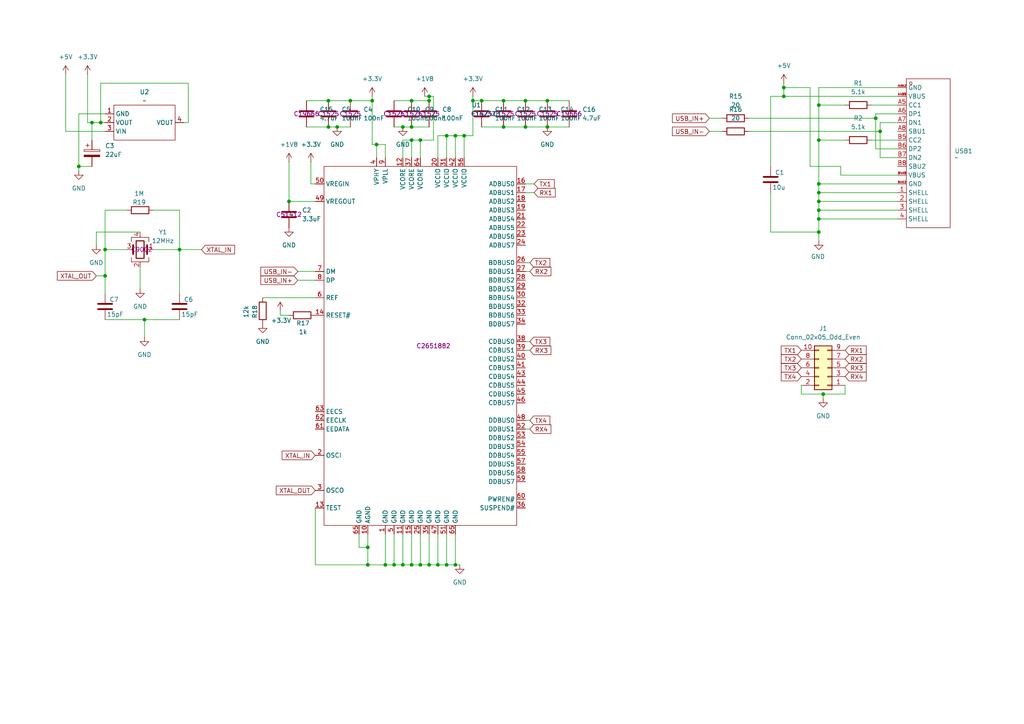
<source format=kicad_sch>
(kicad_sch (version 20250114) (generator "eeschema") (generator_version "9.0")
  (paper "A4")
  (lib_symbols
    (symbol "Connector_Generic:Conn_02x05_Odd_Even" (pin_names (offset 1.016) (hide yes))
      (property "Reference" "J" (at 1.27 7.62 0))
      (property "Value" "Conn_02x05_Odd_Even" (at 1.27 -7.62 0))
      (symbol "Conn_02x05_Odd_Even_1_1"
        (rectangle (start -1.27 6.35) (end 3.81 -6.35) (stroke (width 0.254)) (fill (type background)))
        (rectangle (start -1.27 5.207) (end 0 4.953) (stroke (width 0.1524)))
        (rectangle (start -1.27 2.667) (end 0 2.413) (stroke (width 0.1524)))
        (rectangle (start -1.27 0.127) (end 0 -0.127) (stroke (width 0.1524)))
        (rectangle (start -1.27 -2.413) (end 0 -2.667) (stroke (width 0.1524)))
        (rectangle (start -1.27 -4.953) (end 0 -5.207) (stroke (width 0.1524)))
        (rectangle (start 3.81 5.207) (end 2.54 4.953) (stroke (width 0.1524)))
        (rectangle (start 3.81 2.667) (end 2.54 2.413) (stroke (width 0.1524)))
        (rectangle (start 3.81 0.127) (end 2.54 -0.127) (stroke (width 0.1524)))
        (rectangle (start 3.81 -2.413) (end 2.54 -2.667) (stroke (width 0.1524)))
        (rectangle (start 3.81 -4.953) (end 2.54 -5.207) (stroke (width 0.1524)))
        (pin passive line (at -5.08 5.08 0) (length 3.81) (name "Pin_1") (number "1"))
        (pin passive line (at -5.08 2.54 0) (length 3.81) (name "Pin_3") (number "3"))
        (pin passive line (at -5.08 0 0) (length 3.81) (name "Pin_5") (number "5"))
        (pin passive line (at -5.08 -2.54 0) (length 3.81) (name "Pin_7") (number "7"))
        (pin passive line (at -5.08 -5.08 0) (length 3.81) (name "Pin_9") (number "9"))
        (pin passive line (at 7.62 5.08 180) (length 3.81) (name "Pin_2") (number "2"))
        (pin passive line (at 7.62 2.54 180) (length 3.81) (name "Pin_4") (number "4"))
        (pin passive line (at 7.62 0 180) (length 3.81) (name "Pin_6") (number "6"))
        (pin passive line (at 7.62 -2.54 180) (length 3.81) (name "Pin_8") (number "8"))
        (pin passive line (at 7.62 -5.08 180) (length 3.81) (name "Pin_10") (number "10"))
      )
    )
    (symbol "Device:C" (pin_numbers (hide yes)) (pin_names (offset 0.254))
      (property "Reference" "C" (at 0.635 2.54 0))
      (property "Value" "C" (at 0.635 -2.54 0))
      (symbol "C_0_1"
        (polyline (pts (xy -2.032 0.762) (xy 2.032 0.762)) (stroke (width 0.508)))
        (polyline (pts (xy -2.032 -0.762) (xy 2.032 -0.762)) (stroke (width 0.508)))
      )
      (symbol "C_1_1"
        (pin passive line (at 0 3.81 270) (length 2.794) (name "~") (number "1"))
        (pin passive line (at 0 -3.81 90) (length 2.794) (name "~") (number "2"))
      )
    )
    (symbol "Device:C_Polarized" (pin_numbers (hide yes)) (pin_names (offset 0.254))
      (property "Reference" "C" (at 0.635 2.54 0))
      (property "Value" "C_Polarized" (at 0.635 -2.54 0))
      (symbol "C_Polarized_0_1"
        (rectangle (start -2.286 0.508) (end 2.286 1.016))
        (polyline (pts (xy -1.778 2.286) (xy -0.762 2.286)))
        (polyline (pts (xy -1.27 2.794) (xy -1.27 1.778)))
        (rectangle (start 2.286 -0.508) (end -2.286 -1.016) (fill (type outline)))
      )
      (symbol "C_Polarized_1_1"
        (pin passive line (at 0 3.81 270) (length 2.794) (name "~") (number "1"))
        (pin passive line (at 0 -3.81 90) (length 2.794) (name "~") (number "2"))
      )
    )
    (symbol "Device:Crystal_GND24" (pin_names (offset 1.016) (hide yes))
      (property "Reference" "Y" (at 3.175 5.08 0))
      (property "Value" "Crystal_GND24" (at 3.175 3.175 0))
      (symbol "Crystal_GND24_0_1"
        (polyline (pts (xy -2.54 2.286) (xy -2.54 3.556) (xy 2.54 3.556) (xy 2.54 2.286)))
        (polyline (pts (xy -2.54 0) (xy -2.032 0)))
        (polyline (pts (xy -2.54 -2.286) (xy -2.54 -3.556) (xy 2.54 -3.556) (xy 2.54 -2.286)))
        (polyline (pts (xy -2.032 -1.27) (xy -2.032 1.27)) (stroke (width 0.508)))
        (rectangle (start -1.143 2.54) (end 1.143 -2.54) (stroke (width 0.3048)))
        (polyline (pts (xy 0 3.556) (xy 0 3.81)))
        (polyline (pts (xy 0 -3.81) (xy 0 -3.556)))
        (polyline (pts (xy 2.032 0) (xy 2.54 0)))
        (polyline (pts (xy 2.032 -1.27) (xy 2.032 1.27)) (stroke (width 0.508)))
      )
      (symbol "Crystal_GND24_1_1"
        (pin passive line (at -3.81 0 0) (length 1.27) (name "1") (number "1"))
        (pin passive line (at 0 5.08 270) (length 1.27) (name "2") (number "2"))
        (pin passive line (at 0 -5.08 90) (length 1.27) (name "4") (number "4"))
        (pin passive line (at 3.81 0 180) (length 1.27) (name "3") (number "3"))
      )
    )
    (symbol "Device:R" (pin_numbers (hide yes)) (pin_names (offset 0))
      (property "Reference" "R" (at 2.032 0 90))
      (property "Value" "R" (at 0 0 90))
      (symbol "R_0_1"
        (rectangle (start -1.016 -2.54) (end 1.016 2.54) (stroke (width 0.254)))
      )
      (symbol "R_1_1"
        (pin passive line (at 0 3.81 270) (length 1.27) (name "~") (number "1"))
        (pin passive line (at 0 -3.81 90) (length 1.27) (name "~") (number "2"))
      )
    )
    (symbol "JLCLibrary:AMS1117-3.3"
      (property "Reference" "U" (at 0 0 0))
      (symbol "AMS1117-3.3_1_0"
        (rectangle (start -8.89 5.08) (end 8.89 -5.08))
        (pin unspecified line (at -11.43 2.54 0) (length 2.54) (name "GND") (number "1"))
        (pin unspecified line (at -11.43 0 0) (length 2.54) (name "VOUT") (number "2"))
        (pin unspecified line (at -11.43 -2.54 0) (length 2.54) (name "VIN") (number "3"))
        (pin unspecified line (at 11.43 0 180) (length 2.54) (name "VOUT") (number "4"))
      )
    )
    (symbol "JLCLibrary:FT4232HQ-REEL"
      (property "Reference" "U" (at 0 0 0))
      (symbol "FT4232HQ-REEL_1_0"
        (rectangle (start -31.75 -52.07) (end 24.13 52.07))
        (pin unspecified line (at -34.29 46.99 0) (length 2.54) (name "VREGIN") (number "50"))
        (pin unspecified line (at -34.29 41.91 0) (length 2.54) (name "VREGOUT") (number "49"))
        (pin input line (at -34.29 21.59 0) (length 2.54) (name "DM") (number "7"))
        (pin input line (at -34.29 19.05 0) (length 2.54) (name "DP") (number "8"))
        (pin input line (at -34.29 13.97 0) (length 2.54) (name "REF") (number "6"))
        (pin input line (at -34.29 8.89 0) (length 2.54) (name "RESET#") (number "14"))
        (pin bidirectional line (at -34.29 -19.05 0) (length 2.54) (name "EECS") (number "63"))
        (pin output line (at -34.29 -21.59 0) (length 2.54) (name "EECLK") (number "62"))
        (pin bidirectional line (at -34.29 -24.13 0) (length 2.54) (name "EEDATA") (number "61"))
        (pin input line (at -34.29 -31.75 0) (length 2.54) (name "OSCI") (number "2"))
        (pin output line (at -34.29 -41.91 0) (length 2.54) (name "OSCO") (number "3"))
        (pin input line (at -34.29 -46.99 0) (length 2.54) (name "TEST") (number "13"))
        (pin unspecified line (at -21.59 -54.61 90) (length 2.54) (name "GND") (number "65"))
        (pin unspecified line (at -19.05 -54.61 90) (length 2.54) (name "AGND") (number "10"))
        (pin unspecified line (at -16.51 54.61 270) (length 2.54) (name "VPHY") (number "4"))
        (pin unspecified line (at -13.97 54.61 270) (length 2.54) (name "VPLL") (number "9"))
        (pin unspecified line (at -13.97 -54.61 90) (length 2.54) (name "GND") (number "1"))
        (pin unspecified line (at -11.43 -54.61 90) (length 2.54) (name "GND") (number "5"))
        (pin unspecified line (at -8.89 54.61 270) (length 2.54) (name "VCORE") (number "12"))
        (pin unspecified line (at -8.89 -54.61 90) (length 2.54) (name "GND") (number "11"))
        (pin unspecified line (at -6.35 54.61 270) (length 2.54) (name "VCORE") (number "37"))
        (pin unspecified line (at -6.35 -54.61 90) (length 2.54) (name "GND") (number "15"))
        (pin unspecified line (at -3.81 54.61 270) (length 2.54) (name "VCORE") (number "64"))
        (pin unspecified line (at -3.81 -54.61 90) (length 2.54) (name "GND") (number "25"))
        (pin unspecified line (at -1.27 -54.61 90) (length 2.54) (name "GND") (number "35"))
        (pin unspecified line (at 1.27 54.61 270) (length 2.54) (name "VCCIO") (number "20"))
        (pin unspecified line (at 1.27 -54.61 90) (length 2.54) (name "GND") (number "47"))
        (pin unspecified line (at 3.81 54.61 270) (length 2.54) (name "VCCIO") (number "31"))
        (pin unspecified line (at 3.81 -54.61 90) (length 2.54) (name "GND") (number "51"))
        (pin unspecified line (at 6.35 54.61 270) (length 2.54) (name "VCCIO") (number "42"))
        (pin unspecified line (at 6.35 -54.61 90) (length 2.54) (name "GND") (number "65"))
        (pin unspecified line (at 8.89 54.61 270) (length 2.54) (name "VCCIO") (number "56"))
        (pin bidirectional line (at 26.67 46.99 180) (length 2.54) (name "ADBUS0") (number "16"))
        (pin bidirectional line (at 26.67 44.45 180) (length 2.54) (name "ADBUS1") (number "17"))
        (pin bidirectional line (at 26.67 41.91 180) (length 2.54) (name "ADBUS2") (number "18"))
        (pin bidirectional line (at 26.67 39.37 180) (length 2.54) (name "ADBUS3") (number "19"))
        (pin bidirectional line (at 26.67 36.83 180) (length 2.54) (name "ADBUS4") (number "21"))
        (pin bidirectional line (at 26.67 34.29 180) (length 2.54) (name "ADBUS5") (number "22"))
        (pin bidirectional line (at 26.67 31.75 180) (length 2.54) (name "ADBUS6") (number "23"))
        (pin bidirectional line (at 26.67 29.21 180) (length 2.54) (name "ADBUS7") (number "24"))
        (pin bidirectional line (at 26.67 24.13 180) (length 2.54) (name "BDBUS0") (number "26"))
        (pin bidirectional line (at 26.67 21.59 180) (length 2.54) (name "BDBUS1") (number "27"))
        (pin bidirectional line (at 26.67 19.05 180) (length 2.54) (name "BDBUS2") (number "28"))
        (pin bidirectional line (at 26.67 16.51 180) (length 2.54) (name "BDBUS3") (number "29"))
        (pin bidirectional line (at 26.67 13.97 180) (length 2.54) (name "BDBUS4") (number "30"))
        (pin bidirectional line (at 26.67 11.43 180) (length 2.54) (name "BDBUS5") (number "32"))
        (pin bidirectional line (at 26.67 8.89 180) (length 2.54) (name "BDBUS6") (number "33"))
        (pin bidirectional line (at 26.67 6.35 180) (length 2.54) (name "BDBUS7") (number "34"))
        (pin bidirectional line (at 26.67 1.27 180) (length 2.54) (name "CDBUS0") (number "38"))
        (pin bidirectional line (at 26.67 -1.27 180) (length 2.54) (name "CDBUS1") (number "39"))
        (pin bidirectional line (at 26.67 -3.81 180) (length 2.54) (name "CDBUS2") (number "40"))
        (pin bidirectional line (at 26.67 -6.35 180) (length 2.54) (name "CDBUS3") (number "41"))
        (pin bidirectional line (at 26.67 -8.89 180) (length 2.54) (name "CDBUS4") (number "43"))
        (pin bidirectional line (at 26.67 -11.43 180) (length 2.54) (name "CDBUS5") (number "44"))
        (pin bidirectional line (at 26.67 -13.97 180) (length 2.54) (name "CDBUS6") (number "45"))
        (pin bidirectional line (at 26.67 -16.51 180) (length 2.54) (name "CDBUS7") (number "46"))
        (pin bidirectional line (at 26.67 -21.59 180) (length 2.54) (name "DDBUS0") (number "48"))
        (pin bidirectional line (at 26.67 -24.13 180) (length 2.54) (name "DDBUS1") (number "52"))
        (pin bidirectional line (at 26.67 -26.67 180) (length 2.54) (name "DDBUS2") (number "53"))
        (pin bidirectional line (at 26.67 -29.21 180) (length 2.54) (name "DDBUS3") (number "54"))
        (pin bidirectional line (at 26.67 -31.75 180) (length 2.54) (name "DDBUS4") (number "55"))
        (pin bidirectional line (at 26.67 -34.29 180) (length 2.54) (name "DDBUS5") (number "57"))
        (pin bidirectional line (at 26.67 -36.83 180) (length 2.54) (name "DDBUS6") (number "58"))
        (pin bidirectional line (at 26.67 -39.37 180) (length 2.54) (name "DDBUS7") (number "59"))
        (pin output line (at 26.67 -44.45 180) (length 2.54) (name "PWREN#") (number "60"))
        (pin output line (at 26.67 -46.99 180) (length 2.54) (name "SUSPEND#") (number "36"))
      )
    )
    (symbol "JLCLibrary:TYPE-C16PIN"
      (property "Reference" "USB" (at 0 0 0))
      (symbol "TYPE-C16PIN_1_0"
        (rectangle (start -6.35 -21.59) (end 6.35 21.59))
        (circle (center -5.08 20.32) (radius 0.381))
        (pin unspecified line (at -8.89 19.05 0) (length 2.54) (name "GND") (number "A1B12"))
        (pin unspecified line (at -8.89 16.51 0) (length 2.54) (name "VBUS") (number "A4B9"))
        (pin unspecified line (at -8.89 13.97 0) (length 2.54) (name "CC1") (number "A5"))
        (pin unspecified line (at -8.89 11.43 0) (length 2.54) (name "DP1") (number "A6"))
        (pin unspecified line (at -8.89 8.89 0) (length 2.54) (name "DN1") (number "A7"))
        (pin unspecified line (at -8.89 6.35 0) (length 2.54) (name "SBU1") (number "A8"))
        (pin unspecified line (at -8.89 3.81 0) (length 2.54) (name "CC2") (number "B5"))
        (pin unspecified line (at -8.89 1.27 0) (length 2.54) (name "DP2") (number "B6"))
        (pin unspecified line (at -8.89 -1.27 0) (length 2.54) (name "DN2") (number "B7"))
        (pin unspecified line (at -8.89 -3.81 0) (length 2.54) (name "SBU2") (number "B8"))
        (pin unspecified line (at -8.89 -6.35 0) (length 2.54) (name "VBUS") (number "B4A9"))
        (pin unspecified line (at -8.89 -8.89 0) (length 2.54) (name "GND") (number "B1A12"))
        (pin unspecified line (at -8.89 -11.43 0) (length 2.54) (name "SHELL") (number "1"))
        (pin unspecified line (at -8.89 -13.97 0) (length 2.54) (name "SHELL") (number "2"))
        (pin unspecified line (at -8.89 -16.51 0) (length 2.54) (name "SHELL") (number "3"))
        (pin unspecified line (at -8.89 -19.05 0) (length 2.54) (name "SHELL") (number "4"))
      )
    )
    (symbol "power:+1V8" (power) (pin_numbers (hide yes)) (pin_names (offset 0) (hide yes))
      (property "Value" "+1V8" (at 0 3.556 0))
      (symbol "+1V8_0_1"
        (polyline (pts (xy -0.762 1.27) (xy 0 2.54)))
        (polyline (pts (xy 0 2.54) (xy 0.762 1.27)))
        (polyline (pts (xy 0 0) (xy 0 2.54)))
      )
      (symbol "+1V8_1_1"
        (pin power_in line (at 0 0 90) (length 0) (name "~") (number "1"))
      )
    )
    (symbol "power:+3.3V" (power) (pin_numbers (hide yes)) (pin_names (offset 0) (hide yes))
      (property "Value" "+3.3V" (at 0 3.556 0))
      (symbol "+3.3V_0_1"
        (polyline (pts (xy -0.762 1.27) (xy 0 2.54)))
        (polyline (pts (xy 0 2.54) (xy 0.762 1.27)))
        (polyline (pts (xy 0 0) (xy 0 2.54)))
      )
      (symbol "+3.3V_1_1"
        (pin power_in line (at 0 0 90) (length 0) (name "~") (number "1"))
      )
    )
    (symbol "power:+5V" (power) (pin_numbers (hide yes)) (pin_names (offset 0) (hide yes))
      (property "Value" "+5V" (at 0 3.556 0))
      (symbol "+5V_0_1"
        (polyline (pts (xy -0.762 1.27) (xy 0 2.54)))
        (polyline (pts (xy 0 2.54) (xy 0.762 1.27)))
        (polyline (pts (xy 0 0) (xy 0 2.54)))
      )
      (symbol "+5V_1_1"
        (pin power_in line (at 0 0 90) (length 0) (name "~") (number "1"))
      )
    )
    (symbol "power:GND" (power) (pin_numbers (hide yes)) (pin_names (offset 0) (hide yes))
      (property "Value" "GND" (at 0 -3.81 0))
      (symbol "GND_0_1"
        (polyline (pts (xy 0 0) (xy 0 -1.27) (xy 1.27 -1.27) (xy 0 -2.54) (xy -1.27 -1.27) (xy 0 -1.27)))
      )
      (symbol "GND_1_1"
        (pin power_in line (at 0 0 270) (length 0) (name "~") (number "1"))
      )
    )
  )
  (junction (at 124.46 163.83))
  (junction (at 146.05 36.83))
  (junction (at 129.54 163.83))
  (junction (at 26.67 35.56))
  (junction (at 158.75 29.21))
  (junction (at 255.27 38.1))
  (junction (at 41.91 92.71))
  (junction (at 29.21 35.56))
  (junction (at 237.49 55.88))
  (junction (at 95.25 36.83))
  (junction (at 109.22 41.91))
  (junction (at 30.48 72.39))
  (junction (at 116.84 163.83))
  (junction (at 152.4 36.83))
  (junction (at 237.49 58.42))
  (junction (at 121.92 163.83))
  (junction (at 132.08 163.83))
  (junction (at 97.79 36.83))
  (junction (at 146.05 29.21))
  (junction (at 124.46 29.21))
  (junction (at 114.3 163.83))
  (junction (at 237.49 53.34))
  (junction (at 127 163.83))
  (junction (at 237.49 63.5))
  (junction (at 52.07 72.39))
  (junction (at 237.49 40.64))
  (junction (at 227.33 27.94))
  (junction (at 119.38 163.83))
  (junction (at 83.82 58.42))
  (junction (at 106.68 158.75))
  (junction (at 158.75 36.83))
  (junction (at 237.49 60.96))
  (junction (at 238.76 114.3))
  (junction (at 119.38 40.64))
  (junction (at 237.49 30.48))
  (junction (at 152.4 29.21))
  (junction (at 121.92 40.64))
  (junction (at 119.38 36.83))
  (junction (at 22.86 48.26))
  (junction (at 254 34.29))
  (junction (at 107.95 29.21))
  (junction (at 237.49 67.31))
  (junction (at 106.68 163.83))
  (junction (at 137.16 29.21))
  (junction (at 30.48 80.01))
  (junction (at 132.08 39.37))
  (junction (at 139.7 29.21))
  (junction (at 119.38 29.21))
  (junction (at 116.84 36.83))
  (junction (at 95.25 29.21))
  (junction (at 129.54 39.37))
  (junction (at 111.76 163.83))
  (junction (at 227.33 25.4))
  (junction (at 101.6 29.21))
  (junction (at 134.62 39.37))
  (junction (at 124.46 27.94))
  (wire (pts (xy 104.14 154.94) (xy 104.14 158.75)))
  (wire (pts (xy 29.21 35.56) (xy 30.48 35.56)))
  (wire (pts (xy 237.49 30.48) (xy 237.49 40.64)))
  (wire (pts (xy 252.73 30.48) (xy 260.35 30.48)))
  (wire (pts (xy 237.49 55.88) (xy 260.35 55.88)))
  (wire (pts (xy 25.4 35.56) (xy 26.67 35.56)))
  (wire (pts (xy 217.17 38.1) (xy 255.27 38.1)))
  (wire (pts (xy 114.3 163.83) (xy 116.84 163.83)))
  (wire (pts (xy 223.52 27.94) (xy 227.33 27.94)))
  (wire (pts (xy 237.49 40.64) (xy 237.49 53.34)))
  (wire (pts (xy 106.68 163.83) (xy 111.76 163.83)))
  (wire (pts (xy 54.61 35.56) (xy 54.61 24.13)))
  (wire (pts (xy 260.35 25.4) (xy 237.49 25.4)))
  (wire (pts (xy 119.38 154.94) (xy 119.38 163.83)))
  (wire (pts (xy 124.46 163.83) (xy 127 163.83)))
  (wire (pts (xy 52.07 60.96) (xy 52.07 72.39)))
  (wire (pts (xy 26.67 35.56) (xy 29.21 35.56)))
  (wire (pts (xy 30.48 33.02) (xy 22.86 33.02)))
  (wire (pts (xy 153.67 121.92) (xy 152.4 121.92)))
  (wire (pts (xy 132.08 39.37) (xy 134.62 39.37)))
  (wire (pts (xy 116.84 163.83) (xy 119.38 163.83)))
  (wire (pts (xy 111.76 163.83) (xy 114.3 163.83)))
  (wire (pts (xy 260.35 63.5) (xy 237.49 63.5)))
  (wire (pts (xy 88.9 36.83) (xy 95.25 36.83)))
  (wire (pts (xy 238.76 114.3) (xy 238.76 115.57)))
  (wire (pts (xy 106.68 158.75) (xy 106.68 154.94)))
  (wire (pts (xy 245.11 114.3) (xy 238.76 114.3)))
  (wire (pts (xy 254 43.18) (xy 260.35 43.18)))
  (wire (pts (xy 41.91 92.71) (xy 41.91 97.79)))
  (wire (pts (xy 255.27 35.56) (xy 255.27 38.1)))
  (wire (pts (xy 104.14 158.75) (xy 106.68 158.75)))
  (wire (pts (xy 109.22 41.91) (xy 109.22 45.72)))
  (wire (pts (xy 119.38 163.83) (xy 121.92 163.83)))
  (wire (pts (xy 137.16 29.21) (xy 137.16 39.37)))
  (wire (pts (xy 137.16 29.21) (xy 139.7 29.21)))
  (wire (pts (xy 90.17 46.99) (xy 90.17 53.34)))
  (wire (pts (xy 260.35 33.02) (xy 254 33.02)))
  (wire (pts (xy 153.67 101.6) (xy 152.4 101.6)))
  (wire (pts (xy 30.48 92.71) (xy 41.91 92.71)))
  (wire (pts (xy 106.68 163.83) (xy 106.68 158.75)))
  (wire (pts (xy 86.36 78.74) (xy 91.44 78.74)))
  (wire (pts (xy 153.67 124.46) (xy 152.4 124.46)))
  (wire (pts (xy 237.49 60.96) (xy 237.49 63.5)))
  (wire (pts (xy 81.28 90.17) (xy 81.28 91.44)))
  (wire (pts (xy 152.4 29.21) (xy 158.75 29.21)))
  (wire (pts (xy 76.2 86.36) (xy 91.44 86.36)))
  (wire (pts (xy 125.73 27.94) (xy 125.73 40.64)))
  (wire (pts (xy 53.34 35.56) (xy 54.61 35.56)))
  (wire (pts (xy 137.16 27.94) (xy 137.16 29.21)))
  (wire (pts (xy 245.11 30.48) (xy 237.49 30.48)))
  (wire (pts (xy 114.3 154.94) (xy 114.3 163.83)))
  (wire (pts (xy 114.3 36.83) (xy 116.84 36.83)))
  (wire (pts (xy 154.94 55.88) (xy 152.4 55.88)))
  (wire (pts (xy 83.82 58.42) (xy 91.44 58.42)))
  (wire (pts (xy 91.44 147.32) (xy 91.44 163.83)))
  (wire (pts (xy 234.95 25.4) (xy 227.33 25.4)))
  (wire (pts (xy 101.6 29.21) (xy 107.95 29.21)))
  (wire (pts (xy 237.49 55.88) (xy 237.49 58.42)))
  (wire (pts (xy 123.19 27.94) (xy 124.46 27.94)))
  (wire (pts (xy 58.42 72.39) (xy 52.07 72.39)))
  (wire (pts (xy 95.25 36.83) (xy 97.79 36.83)))
  (wire (pts (xy 81.28 91.44) (xy 83.82 91.44)))
  (wire (pts (xy 119.38 40.64) (xy 119.38 45.72)))
  (wire (pts (xy 124.46 27.94) (xy 124.46 29.21)))
  (wire (pts (xy 237.49 58.42) (xy 260.35 58.42)))
  (wire (pts (xy 116.84 40.64) (xy 116.84 45.72)))
  (wire (pts (xy 127 39.37) (xy 129.54 39.37)))
  (wire (pts (xy 255.27 38.1) (xy 255.27 45.72)))
  (wire (pts (xy 237.49 63.5) (xy 237.49 67.31)))
  (wire (pts (xy 40.64 77.47) (xy 40.64 83.82)))
  (wire (pts (xy 232.41 111.76) (xy 232.41 114.3)))
  (wire (pts (xy 26.67 35.56) (xy 26.67 40.64)))
  (wire (pts (xy 158.75 36.83) (xy 165.1 36.83)))
  (wire (pts (xy 44.45 72.39) (xy 52.07 72.39)))
  (wire (pts (xy 255.27 45.72) (xy 260.35 45.72)))
  (wire (pts (xy 95.25 29.21) (xy 101.6 29.21)))
  (wire (pts (xy 25.4 21.59) (xy 25.4 35.56)))
  (wire (pts (xy 121.92 154.94) (xy 121.92 163.83)))
  (wire (pts (xy 22.86 33.02) (xy 22.86 48.26)))
  (wire (pts (xy 90.17 53.34) (xy 91.44 53.34)))
  (wire (pts (xy 237.49 53.34) (xy 237.49 55.88)))
  (wire (pts (xy 237.49 58.42) (xy 237.49 60.96)))
  (wire (pts (xy 121.92 40.64) (xy 119.38 40.64)))
  (wire (pts (xy 107.95 41.91) (xy 109.22 41.91)))
  (wire (pts (xy 252.73 40.64) (xy 260.35 40.64)))
  (wire (pts (xy 19.05 21.59) (xy 19.05 38.1)))
  (wire (pts (xy 132.08 163.83) (xy 133.35 163.83)))
  (wire (pts (xy 111.76 154.94) (xy 111.76 163.83)))
  (wire (pts (xy 237.49 67.31) (xy 237.49 69.85)))
  (wire (pts (xy 129.54 39.37) (xy 132.08 39.37)))
  (wire (pts (xy 91.44 163.83) (xy 106.68 163.83)))
  (wire (pts (xy 152.4 36.83) (xy 158.75 36.83)))
  (wire (pts (xy 109.22 41.91) (xy 111.76 41.91)))
  (wire (pts (xy 124.46 154.94) (xy 124.46 163.83)))
  (wire (pts (xy 154.94 53.34) (xy 152.4 53.34)))
  (wire (pts (xy 227.33 27.94) (xy 260.35 27.94)))
  (wire (pts (xy 41.91 92.71) (xy 52.07 92.71)))
  (wire (pts (xy 44.45 60.96) (xy 52.07 60.96)))
  (wire (pts (xy 153.67 99.06) (xy 152.4 99.06)))
  (wire (pts (xy 36.83 60.96) (xy 30.48 60.96)))
  (wire (pts (xy 237.49 60.96) (xy 260.35 60.96)))
  (wire (pts (xy 97.79 36.83) (xy 101.6 36.83)))
  (wire (pts (xy 30.48 80.01) (xy 30.48 85.09)))
  (wire (pts (xy 127 39.37) (xy 127 45.72)))
  (wire (pts (xy 107.95 29.21) (xy 107.95 41.91)))
  (wire (pts (xy 254 34.29) (xy 254 43.18)))
  (wire (pts (xy 119.38 29.21) (xy 124.46 29.21)))
  (wire (pts (xy 146.05 29.21) (xy 152.4 29.21)))
  (wire (pts (xy 27.94 67.31) (xy 40.64 67.31)))
  (wire (pts (xy 237.49 53.34) (xy 260.35 53.34)))
  (wire (pts (xy 134.62 39.37) (xy 137.16 39.37)))
  (wire (pts (xy 127 154.94) (xy 127 163.83)))
  (wire (pts (xy 29.21 24.13) (xy 29.21 35.56)))
  (wire (pts (xy 134.62 39.37) (xy 134.62 45.72)))
  (wire (pts (xy 22.86 48.26) (xy 22.86 49.53)))
  (wire (pts (xy 119.38 36.83) (xy 124.46 36.83)))
  (wire (pts (xy 52.07 72.39) (xy 52.07 85.09)))
  (wire (pts (xy 129.54 163.83) (xy 132.08 163.83)))
  (wire (pts (xy 254 33.02) (xy 254 34.29)))
  (wire (pts (xy 237.49 40.64) (xy 245.11 40.64)))
  (wire (pts (xy 153.67 76.2) (xy 152.4 76.2)))
  (wire (pts (xy 30.48 60.96) (xy 30.48 72.39)))
  (wire (pts (xy 139.7 36.83) (xy 146.05 36.83)))
  (wire (pts (xy 217.17 34.29) (xy 254 34.29)))
  (wire (pts (xy 121.92 40.64) (xy 121.92 45.72)))
  (wire (pts (xy 83.82 46.99) (xy 83.82 58.42)))
  (wire (pts (xy 243.84 48.26) (xy 243.84 50.8)))
  (wire (pts (xy 158.75 29.21) (xy 165.1 29.21)))
  (wire (pts (xy 36.83 72.39) (xy 30.48 72.39)))
  (wire (pts (xy 86.36 81.28) (xy 91.44 81.28)))
  (wire (pts (xy 132.08 154.94) (xy 132.08 163.83)))
  (wire (pts (xy 116.84 36.83) (xy 119.38 36.83)))
  (wire (pts (xy 234.95 48.26) (xy 234.95 25.4)))
  (wire (pts (xy 237.49 25.4) (xy 237.49 30.48)))
  (wire (pts (xy 88.9 29.21) (xy 95.25 29.21)))
  (wire (pts (xy 119.38 40.64) (xy 116.84 40.64)))
  (wire (pts (xy 205.74 34.29) (xy 209.55 34.29)))
  (wire (pts (xy 234.95 48.26) (xy 243.84 48.26)))
  (wire (pts (xy 232.41 114.3) (xy 238.76 114.3)))
  (wire (pts (xy 30.48 72.39) (xy 30.48 80.01)))
  (wire (pts (xy 139.7 29.21) (xy 146.05 29.21)))
  (wire (pts (xy 27.94 80.01) (xy 30.48 80.01)))
  (wire (pts (xy 54.61 24.13) (xy 29.21 24.13)))
  (wire (pts (xy 22.86 48.26) (xy 26.67 48.26)))
  (wire (pts (xy 129.54 154.94) (xy 129.54 163.83)))
  (wire (pts (xy 223.52 55.88) (xy 223.52 67.31)))
  (wire (pts (xy 125.73 40.64) (xy 121.92 40.64)))
  (wire (pts (xy 245.11 111.76) (xy 245.11 114.3)))
  (wire (pts (xy 116.84 154.94) (xy 116.84 163.83)))
  (wire (pts (xy 129.54 45.72) (xy 129.54 39.37)))
  (wire (pts (xy 124.46 27.94) (xy 125.73 27.94)))
  (wire (pts (xy 243.84 50.8) (xy 260.35 50.8)))
  (wire (pts (xy 27.94 67.31) (xy 27.94 71.12)))
  (wire (pts (xy 227.33 24.13) (xy 227.33 25.4)))
  (wire (pts (xy 111.76 41.91) (xy 111.76 45.72)))
  (wire (pts (xy 146.05 36.83) (xy 152.4 36.83)))
  (wire (pts (xy 114.3 29.21) (xy 119.38 29.21)))
  (wire (pts (xy 153.67 78.74) (xy 152.4 78.74)))
  (wire (pts (xy 223.52 67.31) (xy 237.49 67.31)))
  (wire (pts (xy 223.52 27.94) (xy 223.52 48.26)))
  (wire (pts (xy 132.08 39.37) (xy 132.08 45.72)))
  (wire (pts (xy 227.33 25.4) (xy 227.33 27.94)))
  (wire (pts (xy 127 163.83) (xy 129.54 163.83)))
  (wire (pts (xy 260.35 35.56) (xy 255.27 35.56)))
  (wire (pts (xy 107.95 27.94) (xy 107.95 29.21)))
  (wire (pts (xy 205.74 38.1) (xy 209.55 38.1)))
  (wire (pts (xy 19.05 38.1) (xy 30.48 38.1)))
  (wire (pts (xy 121.92 163.83) (xy 124.46 163.83)))
  (global_label "RX2" (shape input) (at 245.11 104.14 0) (property "Intersheetrefs" "${INTERSHEET_REFS}" (effects (hide yes))))
  (global_label "XTAL_OUT" (shape input) (at 27.94 80.01 180) (property "Intersheetrefs" "${INTERSHEET_REFS}" (effects (hide yes))))
  (global_label "TX3" (shape input) (at 153.67 99.06 0) (property "Intersheetrefs" "${INTERSHEET_REFS}" (effects (hide yes))))
  (global_label "TX1" (shape input) (at 232.41 101.6 180) (property "Intersheetrefs" "${INTERSHEET_REFS}" (effects (hide yes))))
  (global_label "RX1" (shape input) (at 154.94 55.88 0) (property "Intersheetrefs" "${INTERSHEET_REFS}" (effects (hide yes))))
  (global_label "RX4" (shape input) (at 245.11 109.22 0) (property "Intersheetrefs" "${INTERSHEET_REFS}" (effects (hide yes))))
  (global_label "USB_IN+" (shape input) (at 86.36 81.28 180) (property "Intersheetrefs" "${INTERSHEET_REFS}" (effects (hide yes))))
  (global_label "USB_IN+" (shape input) (at 205.74 34.29 180) (property "Intersheetrefs" "${INTERSHEET_REFS}" (effects (hide yes))))
  (global_label "RX1" (shape input) (at 245.11 101.6 0) (property "Intersheetrefs" "${INTERSHEET_REFS}" (effects (hide yes))))
  (global_label "TX4" (shape input) (at 153.67 121.92 0) (property "Intersheetrefs" "${INTERSHEET_REFS}" (effects (hide yes))))
  (global_label "TX3" (shape input) (at 232.41 106.68 180) (property "Intersheetrefs" "${INTERSHEET_REFS}" (effects (hide yes))))
  (global_label "TX2" (shape input) (at 232.41 104.14 180) (property "Intersheetrefs" "${INTERSHEET_REFS}" (effects (hide yes))))
  (global_label "RX3" (shape input) (at 245.11 106.68 0) (property "Intersheetrefs" "${INTERSHEET_REFS}" (effects (hide yes))))
  (global_label "USB_IN-" (shape input) (at 205.74 38.1 180) (property "Intersheetrefs" "${INTERSHEET_REFS}" (effects (hide yes))))
  (global_label "XTAL_IN" (shape input) (at 91.44 132.08 180) (property "Intersheetrefs" "${INTERSHEET_REFS}" (effects (hide yes))))
  (global_label "RX2" (shape input) (at 153.67 78.74 0) (property "Intersheetrefs" "${INTERSHEET_REFS}" (effects (hide yes))))
  (global_label "TX4" (shape input) (at 232.41 109.22 180) (property "Intersheetrefs" "${INTERSHEET_REFS}" (effects (hide yes))))
  (global_label "TX2" (shape input) (at 153.67 76.2 0) (property "Intersheetrefs" "${INTERSHEET_REFS}" (effects (hide yes))))
  (global_label "TX1" (shape input) (at 154.94 53.34 0) (property "Intersheetrefs" "${INTERSHEET_REFS}" (effects (hide yes))))
  (global_label "USB_IN-" (shape input) (at 86.36 78.74 180) (property "Intersheetrefs" "${INTERSHEET_REFS}" (effects (hide yes))))
  (global_label "RX3" (shape input) (at 153.67 101.6 0) (property "Intersheetrefs" "${INTERSHEET_REFS}" (effects (hide yes))))
  (global_label "XTAL_OUT" (shape input) (at 91.44 142.24 180) (property "Intersheetrefs" "${INTERSHEET_REFS}" (effects (hide yes))))
  (global_label "XTAL_IN" (shape input) (at 58.42 72.39 0) (property "Intersheetrefs" "${INTERSHEET_REFS}" (effects (hide yes))))
  (global_label "RX4" (shape input) (at 153.67 124.46 0) (property "Intersheetrefs" "${INTERSHEET_REFS}" (effects (hide yes))))
  (symbol (lib_id "JLCLibrary:TYPE-C16PIN") (at 269.24 44.45 0) (unit 1)
    (property "Reference" "USB1" (at 276.86 43.8149 0) (effects (justify left)))
    (property "Value" "~" (at 276.86 45.72 0) (effects (justify left)))
    (property "Footprint" "JLCLibrary:USB-C-SMD_TYPE-C16PIN" (effects (hide yes)))
    (property "Datasheet" "https://atta.szlcsc.com/upload/public/pdf/source/20190521/C393939_7B9043D4CF1026AF443AB60D91FBCD5C.pdf" (effects (hide yes)))
    (property "Description" "Connector Type:Type-C Standard:USB 3.1 Gender:Female Mounting Style:Horizontal attachment Number of Contacts:16P Number of Ports:1 Current Rating - Power (Max):3A Operating Temperature Range:-40°C~+85°C Operating Temperature Range:-40°C~+85°C Rated Voltage (M" (effects (hide yes)))
    (property "Manufacturer Part" "TYPE-C16PIN" (effects (hide yes)))
    (property "Manufacturer" "SHOU HAN(首韩)" (effects (hide yes)))
    (property "Supplier Part" "C393939" (effects (hide yes)))
    (property "Supplier" "LCSC" (effects (hide yes)))
    (property "LCSC Part Name" "Type-C 母 卧贴" (effects (hide yes)))
    (property "LCSC" "C393939" (effects (hide yes)))
  )
  (symbol (lib_id "power:GND") (at 116.84 36.83 0) (unit 1)
    (property "Reference" "#PWR026" (effects (hide yes)))
    (property "Value" "GND" (at 116.84 41.91 0))
    (property "Description" "Power symbol creates a global label with name \"GND\" , ground" (effects (hide yes)))
  )
  (symbol (lib_id "Device:Crystal_GND24") (at 40.64 72.39 180) (unit 1)
    (property "Reference" "Y1" (at 47.244 67.31 0))
    (property "Value" "12MHz" (at 47.244 69.85 0))
    (property "Footprint" "Crystal:Crystal_SMD_3225-4Pin_3.2x2.5mm" (effects (hide yes)))
    (property "Description" "Four pin crystal, GND on pins 2 and 4" (effects (hide yes)))
    (property "LCSC" " C9002" (at 40.64 72.39 0))
  )
  (symbol (lib_id "Device:C") (at 124.46 33.02 0) (unit 1)
    (property "Reference" "C8" (at 128.27 31.7499 0) (effects (justify left)))
    (property "Value" "100nF" (at 128.27 34.2899 0) (effects (justify left)))
    (property "Footprint" "Capacitor_SMD:C_0402_1005Metric" (effects (hide yes)))
    (property "Description" "Unpolarized capacitor" (effects (hide yes)))
    (property "LCSC" "C1525" (at 124.46 33.02 0))
  )
  (symbol (lib_id "Device:C") (at 119.38 33.02 0) (unit 1)
    (property "Reference" "C9" (at 123.19 31.7499 0) (effects (justify left)))
    (property "Value" "100nF" (at 123.19 34.2899 0) (effects (justify left)))
    (property "Footprint" "Capacitor_SMD:C_0402_1005Metric" (effects (hide yes)))
    (property "Description" "Unpolarized capacitor" (effects (hide yes)))
    (property "LCSC" "C1525" (at 119.38 33.02 0))
  )
  (symbol (lib_id "Device:C") (at 223.52 52.07 0) (unit 1)
    (property "Reference" "C1" (at 224.79 50.038 0) (effects (justify left)))
    (property "Value" "10u" (at 224.028 54.356 0) (effects (justify left)))
    (property "Footprint" "Capacitor_SMD:C_0603_1608Metric" (effects (hide yes)))
    (property "Description" "Unpolarized capacitor" (effects (hide yes)))
    (property "LCSC" "C19702 " (effects (hide yes)))
  )
  (symbol (lib_id "Device:C") (at 165.1 33.02 0) (unit 1)
    (property "Reference" "C16" (at 168.91 31.7499 0) (effects (justify left)))
    (property "Value" "4.7uF" (at 168.91 34.2899 0) (effects (justify left)))
    (property "Footprint" "Capacitor_SMD:C_0603_1608Metric" (effects (hide yes)))
    (property "Description" "Unpolarized capacitor" (effects (hide yes)))
    (property "LCSC" "C19666" (at 165.1 33.02 0))
  )
  (symbol (lib_id "power:+3.3V") (at 81.28 90.17 0) (mirror y) (unit 1)
    (property "Reference" "#PWR012" (effects (hide yes)))
    (property "Value" "+3.3V" (at 81.534 92.964 0))
    (property "Description" "Power symbol creates a global label with name \"+3.3V\"" (effects (hide yes)))
  )
  (symbol (lib_id "JLCLibrary:FT4232HQ-REEL") (at 125.73 100.33 0) (unit 1)
    (property "Reference" "U1" (at 136.7633 30.48 0) (effects (justify left)))
    (property "Value" "FT4232H" (at 136.7633 33.02 0) (effects (justify left)))
    (property "Footprint" "JLCLibrary:FT4242HQ-QFN-64_L9.0-W9.0-P0.50-BL-EP4.8" (effects (hide yes)))
    (property "Datasheet" "https://atta.szlcsc.com/upload/public/pdf/source/20201230/C56742_DFB7121AFB94746005C5B8BB71396BB0.pdf" (effects (hide yes)))
    (property "Description" "Applications Function:USB to UART Protocol: Supply Voltage:3V~3.6V Supply Voltage:3V~3.6V Operating Temperature:-40°C~+85°C Operating Temperature:-40°C~+85°C" (effects (hide yes)))
    (property "Manufacturer Part" "FT4232HQ-REEL" (effects (hide yes)))
    (property "Manufacturer" "FTDI(飞特帝亚)" (effects (hide yes)))
    (property "Supplier Part" "C2651882" (effects (hide yes)))
    (property "Supplier" "LCSC" (effects (hide yes)))
    (property "LCSC Part Name" "FT4232H 四通道高速USB转多用途UART/MPSSE IC" (effects (hide yes)))
    (property "LCSC" "C2651882" (at 125.73 100.33 0))
  )
  (symbol (lib_id "Device:C_Polarized") (at 26.67 44.45 0) (unit 1)
    (property "Reference" "C3" (at 30.48 42.2909 0) (effects (justify left)))
    (property "Value" "22uF" (at 30.48 44.8309 0) (effects (justify left)))
    (property "Footprint" "Capacitor_Tantalum_SMD:CP_EIA-3216-18_Kemet-A" (effects (hide yes)))
    (property "Description" "Polarized capacitor" (effects (hide yes)))
    (property "LCSC" "C7182" (effects (hide yes)))
  )
  (symbol (lib_id "power:+1V8") (at 83.82 46.99 0) (unit 1)
    (property "Reference" "#PWR08" (effects (hide yes)))
    (property "Value" "+1V8" (at 83.82 41.91 0))
    (property "Description" "Power symbol creates a global label with name \"+1V8\"" (effects (hide yes)))
  )
  (symbol (lib_id "power:+3.3V") (at 137.16 27.94 0) (unit 1)
    (property "Reference" "#PWR011" (effects (hide yes)))
    (property "Value" "+3.3V" (at 137.16 22.86 0))
    (property "Description" "Power symbol creates a global label with name \"+3.3V\"" (effects (hide yes)))
  )
  (symbol (lib_id "power:+5V") (at 19.05 21.59 0) (unit 1)
    (property "Reference" "#PWR01" (effects (hide yes)))
    (property "Value" "+5V" (at 19.05 16.51 0))
    (property "Description" "Power symbol creates a global label with name \"+5V\"" (effects (hide yes)))
  )
  (symbol (lib_id "Connector_Generic:Conn_02x05_Odd_Even") (at 240.03 106.68 180) (unit 1)
    (property "Reference" "J1" (at 238.76 95.25 0))
    (property "Value" "Conn_02x05_Odd_Even" (at 238.76 97.79 0))
    (property "Footprint" "Connector_PinHeader_2.54mm:PinHeader_2x05_P2.54mm_Horizontal" (effects (hide yes)))
    (property "Description" "Generic connector, double row, 02x05, odd/even pin numbering scheme (row 1 odd numbers, row 2 even numbers), script generated (kicad-library-utils/schlib/autogen/connector/)" (effects (hide yes)))
    (property "LCSC" "C60563" (effects (hide yes)))
  )
  (symbol (lib_id "power:+3.3V") (at 90.17 46.99 0) (unit 1)
    (property "Reference" "#PWR06" (effects (hide yes)))
    (property "Value" "+3.3V" (at 90.17 41.91 0))
    (property "Description" "Power symbol creates a global label with name \"+3.3V\"" (effects (hide yes)))
  )
  (symbol (lib_id "Device:R") (at 248.92 30.48 270) (unit 1)
    (property "Reference" "R1" (at 248.92 24.13 90))
    (property "Value" "5.1k" (at 248.92 26.67 90))
    (property "Footprint" "Resistor_SMD:R_0402_1005Metric" (effects (hide yes)))
    (property "Description" "Resistor" (effects (hide yes)))
    (property "LCSC" "C25905" (effects (hide yes)))
  )
  (symbol (lib_id "power:GND") (at 97.79 36.83 0) (unit 1)
    (property "Reference" "#PWR025" (effects (hide yes)))
    (property "Value" "GND" (at 97.79 41.91 0))
    (property "Description" "Power symbol creates a global label with name \"GND\" , ground" (effects (hide yes)))
  )
  (symbol (lib_id "power:+1V8") (at 123.19 27.94 0) (unit 1)
    (property "Reference" "#PWR09" (effects (hide yes)))
    (property "Value" "+1V8" (at 123.19 22.86 0))
    (property "Description" "Power symbol creates a global label with name \"+1V8\"" (effects (hide yes)))
  )
  (symbol (lib_id "Device:R") (at 213.36 34.29 90) (unit 1)
    (property "Reference" "R15" (at 213.36 27.94 90))
    (property "Value" "20" (at 213.36 30.48 90))
    (property "Footprint" "Resistor_SMD:R_0603_1608Metric" (effects (hide yes)))
    (property "Description" "Resistor" (effects (hide yes)))
    (property "LCSC" "C22950" (effects (hide yes)))
  )
  (symbol (lib_id "Device:R") (at 40.64 60.96 270) (unit 1)
    (property "Reference" "R19" (at 40.386 58.674 90))
    (property "Value" "1M" (at 40.386 56.134 90))
    (property "Footprint" "Resistor_SMD:R_0402_1005Metric" (effects (hide yes)))
    (property "Description" "Resistor" (effects (hide yes)))
    (property "LCSC" "C26083" (effects (hide yes)))
  )
  (symbol (lib_id "power:GND") (at 83.82 66.04 0) (unit 1)
    (property "Reference" "#PWR024" (effects (hide yes)))
    (property "Value" "GND" (at 83.82 71.12 0))
    (property "Description" "Power symbol creates a global label with name \"GND\" , ground" (effects (hide yes)))
  )
  (symbol (lib_id "power:GND") (at 27.94 71.12 0) (unit 1)
    (property "Reference" "#PWR029" (effects (hide yes)))
    (property "Value" "GND" (at 27.94 76.2 0))
    (property "Description" "Power symbol creates a global label with name \"GND\" , ground" (effects (hide yes)))
  )
  (symbol (lib_id "Device:C") (at 152.4 33.02 0) (unit 1)
    (property "Reference" "C13" (at 156.21 31.7499 0) (effects (justify left)))
    (property "Value" "100nF" (at 156.21 34.2899 0) (effects (justify left)))
    (property "Footprint" "Capacitor_SMD:C_0402_1005Metric" (effects (hide yes)))
    (property "Description" "Unpolarized capacitor" (effects (hide yes)))
    (property "LCSC" "C1525" (at 152.4 33.02 0))
  )
  (symbol (lib_id "Device:C") (at 95.25 33.02 0) (unit 1)
    (property "Reference" "C5" (at 99.06 31.7499 0) (effects (justify left)))
    (property "Value" "100nF" (at 99.06 34.2899 0) (effects (justify left)))
    (property "Footprint" "Capacitor_SMD:C_0402_1005Metric" (effects (hide yes)))
    (property "Description" "Unpolarized capacitor" (effects (hide yes)))
    (property "LCSC" "C1525" (at 95.25 33.02 0))
  )
  (symbol (lib_id "power:GND") (at 76.2 93.98 0) (unit 1)
    (property "Reference" "#PWR028" (effects (hide yes)))
    (property "Value" "GND" (at 76.2 99.06 0))
    (property "Description" "Power symbol creates a global label with name \"GND\" , ground" (effects (hide yes)))
  )
  (symbol (lib_id "Device:C") (at 30.48 88.9 0) (unit 1)
    (property "Reference" "C7" (at 31.75 86.868 0) (effects (justify left)))
    (property "Value" "15pF" (at 30.988 91.186 0) (effects (justify left)))
    (property "Footprint" "Capacitor_SMD:C_0402_1005Metric" (effects (hide yes)))
    (property "Description" "Unpolarized capacitor" (effects (hide yes)))
    (property "LCSC" "C1548" (effects (hide yes)))
  )
  (symbol (lib_id "Device:R") (at 76.2 90.17 0) (unit 1)
    (property "Reference" "R18" (at 73.914 90.424 90))
    (property "Value" "12k" (at 71.374 90.424 90))
    (property "Footprint" "Resistor_SMD:R_0402_1005Metric" (effects (hide yes)))
    (property "Description" "Resistor" (effects (hide yes)))
    (property "LCSC" "C25752" (effects (hide yes)))
  )
  (symbol (lib_id "Device:C") (at 158.75 33.02 0) (unit 1)
    (property "Reference" "C14" (at 162.56 31.7499 0) (effects (justify left)))
    (property "Value" "100nF" (at 162.56 34.2899 0) (effects (justify left)))
    (property "Footprint" "Capacitor_SMD:C_0402_1005Metric" (effects (hide yes)))
    (property "Description" "Unpolarized capacitor" (effects (hide yes)))
    (property "LCSC" "C1525" (at 158.75 33.02 0))
  )
  (symbol (lib_id "Device:R") (at 87.63 91.44 90) (unit 1)
    (property "Reference" "R17" (at 87.884 93.726 90))
    (property "Value" "1k" (at 87.884 96.266 90))
    (property "Footprint" "Resistor_SMD:R_0402_1005Metric" (effects (hide yes)))
    (property "Description" "Resistor" (effects (hide yes)))
    (property "LCSC" "C11702" (effects (hide yes)))
  )
  (symbol (lib_id "Device:C") (at 101.6 33.02 0) (unit 1)
    (property "Reference" "C4" (at 105.41 31.7499 0) (effects (justify left)))
    (property "Value" "100nF" (at 105.41 34.2899 0) (effects (justify left)))
    (property "Footprint" "Capacitor_SMD:C_0402_1005Metric" (effects (hide yes)))
    (property "Description" "Unpolarized capacitor" (effects (hide yes)))
    (property "LCSC" "C1525" (at 101.6 33.02 0))
  )
  (symbol (lib_id "power:GND") (at 238.76 115.57 0) (unit 1)
    (property "Reference" "#PWR07" (effects (hide yes)))
    (property "Value" "GND" (at 238.76 120.65 0))
    (property "Description" "Power symbol creates a global label with name \"GND\" , ground" (effects (hide yes)))
  )
  (symbol (lib_id "power:+3.3V") (at 107.95 27.94 0) (unit 1)
    (property "Reference" "#PWR010" (effects (hide yes)))
    (property "Value" "+3.3V" (at 107.95 22.86 0))
    (property "Description" "Power symbol creates a global label with name \"+3.3V\"" (effects (hide yes)))
  )
  (symbol (lib_id "Device:C") (at 139.7 33.02 0) (unit 1)
    (property "Reference" "C11" (at 143.51 31.7499 0) (effects (justify left)))
    (property "Value" "100nF" (at 143.51 34.2899 0) (effects (justify left)))
    (property "Footprint" "Capacitor_SMD:C_0402_1005Metric" (effects (hide yes)))
    (property "Description" "Unpolarized capacitor" (effects (hide yes)))
    (property "LCSC" "C1525" (at 139.7 33.02 0))
  )
  (symbol (lib_id "power:GND") (at 158.75 36.83 0) (unit 1)
    (property "Reference" "#PWR027" (effects (hide yes)))
    (property "Value" "GND" (at 158.75 41.91 0))
    (property "Description" "Power symbol creates a global label with name \"GND\" , ground" (effects (hide yes)))
  )
  (symbol (lib_id "power:GND") (at 41.91 97.79 0) (unit 1)
    (property "Reference" "#PWR023" (effects (hide yes)))
    (property "Value" "GND" (at 41.91 102.87 0))
    (property "Description" "Power symbol creates a global label with name \"GND\" , ground" (effects (hide yes)))
  )
  (symbol (lib_id "power:GND") (at 40.64 83.82 0) (unit 1)
    (property "Reference" "#PWR030" (effects (hide yes)))
    (property "Value" "GND" (at 40.64 88.9 0))
    (property "Description" "Power symbol creates a global label with name \"GND\" , ground" (effects (hide yes)))
  )
  (symbol (lib_id "Device:C") (at 52.07 88.9 0) (unit 1)
    (property "Reference" "C6" (at 53.34 86.868 0) (effects (justify left)))
    (property "Value" "15pF" (at 52.578 91.186 0) (effects (justify left)))
    (property "Footprint" "Capacitor_SMD:C_0402_1005Metric" (effects (hide yes)))
    (property "Description" "Unpolarized capacitor" (effects (hide yes)))
    (property "LCSC" "C1548" (effects (hide yes)))
  )
  (symbol (lib_id "Device:R") (at 213.36 38.1 90) (unit 1)
    (property "Reference" "R16" (at 213.36 31.75 90))
    (property "Value" "20" (at 213.36 34.29 90))
    (property "Footprint" "Resistor_SMD:R_0603_1608Metric" (effects (hide yes)))
    (property "Description" "Resistor" (effects (hide yes)))
    (property "LCSC" "C22950" (effects (hide yes)))
  )
  (symbol (lib_id "power:+5V") (at 227.33 24.13 0) (unit 1)
    (property "Reference" "#PWR05" (effects (hide yes)))
    (property "Value" "+5V" (at 227.33 19.05 0))
    (property "Description" "Power symbol creates a global label with name \"+5V\"" (effects (hide yes)))
  )
  (symbol (lib_id "Device:C") (at 88.9 33.02 0) (unit 1)
    (property "Reference" "C15" (at 92.71 31.7499 0) (effects (justify left)))
    (property "Value" "4.7uF" (at 92.71 34.2899 0) (effects (justify left)))
    (property "Footprint" "Capacitor_SMD:C_0603_1608Metric" (effects (hide yes)))
    (property "Description" "Unpolarized capacitor" (effects (hide yes)))
    (property "LCSC" "C19666" (at 88.9 33.02 0))
  )
  (symbol (lib_id "Device:C") (at 83.82 62.23 0) (unit 1)
    (property "Reference" "C2" (at 87.63 60.9599 0) (effects (justify left)))
    (property "Value" "3.3uF" (at 87.63 63.4999 0) (effects (justify left)))
    (property "Footprint" "Capacitor_SMD:C_0603_1608Metric" (effects (hide yes)))
    (property "Description" "Unpolarized capacitor" (effects (hide yes)))
    (property "LCSC" "C51412" (at 83.82 62.23 0))
  )
  (symbol (lib_id "power:GND") (at 22.86 49.53 0) (unit 1)
    (property "Reference" "#PWR03" (effects (hide yes)))
    (property "Value" "GND" (at 22.86 54.61 0))
    (property "Description" "Power symbol creates a global label with name \"GND\" , ground" (effects (hide yes)))
  )
  (symbol (lib_id "power:+3.3V") (at 25.4 21.59 0) (unit 1)
    (property "Reference" "#PWR02" (effects (hide yes)))
    (property "Value" "+3.3V" (at 25.4 16.51 0))
    (property "Description" "Power symbol creates a global label with name \"+3.3V\"" (effects (hide yes)))
  )
  (symbol (lib_id "power:GND") (at 237.49 69.85 0) (unit 1)
    (property "Reference" "#PWR04" (effects (hide yes)))
    (property "Value" "GND" (at 237.236 74.422 0))
    (property "Description" "Power symbol creates a global label with name \"GND\" , ground" (effects (hide yes)))
  )
  (symbol (lib_id "Device:C") (at 114.3 33.02 0) (unit 1)
    (property "Reference" "C10" (at 118.11 31.7499 0) (effects (justify left)))
    (property "Value" "100nF" (at 118.11 34.2899 0) (effects (justify left)))
    (property "Footprint" "Capacitor_SMD:C_0402_1005Metric" (effects (hide yes)))
    (property "Description" "Unpolarized capacitor" (effects (hide yes)))
    (property "LCSC" "C1525" (at 114.3 33.02 0))
  )
  (symbol (lib_id "Device:C") (at 146.05 33.02 0) (unit 1)
    (property "Reference" "C12" (at 149.86 31.7499 0) (effects (justify left)))
    (property "Value" "100nF" (at 149.86 34.2899 0) (effects (justify left)))
    (property "Footprint" "Capacitor_SMD:C_0402_1005Metric" (effects (hide yes)))
    (property "Description" "Unpolarized capacitor" (effects (hide yes)))
    (property "LCSC" "C1525" (at 146.05 33.02 0))
  )
  (symbol (lib_id "Device:R") (at 248.92 40.64 270) (unit 1)
    (property "Reference" "R2" (at 248.92 34.29 90))
    (property "Value" "5.1k" (at 248.92 36.83 90))
    (property "Footprint" "Resistor_SMD:R_0402_1005Metric" (effects (hide yes)))
    (property "Description" "Resistor" (effects (hide yes)))
    (property "LCSC" "C25905" (effects (hide yes)))
  )
  (symbol (lib_id "power:GND") (at 133.35 163.83 0) (unit 1)
    (property "Reference" "#PWR031" (effects (hide yes)))
    (property "Value" "GND" (at 133.35 168.91 0))
    (property "Description" "Power symbol creates a global label with name \"GND\" , ground" (effects (hide yes)))
  )
  (symbol (lib_id "JLCLibrary:AMS1117-3.3") (at 41.91 35.56 0) (unit 1)
    (property "Reference" "U2" (at 41.91 26.67 0))
    (property "Value" "~" (at 41.91 29.21 0))
    (property "Footprint" "JLCLibrary:AMS1117" (effects (hide yes)))
    (property "Datasheet" "https://atta.szlcsc.com/upload/public/pdf/source/20180727/C6186_7A095716F0823C02F1997A905E26C086.pdf" (effects (hide yes)))
    (property "Description" "Output Type:Fixed Voltage - Supply:- Output Voltage:3.3V Output Voltage:3.3V Output Current:1A Power Supply Rejection Ratio (PSRR):72dB@(120Hz) Voltage Dropout:1.3V@(800mA) standby current:- Noise:- Features:Overcurrent Protection(OCP)；热关断(TSD) Operating" (effects (hide yes)))
    (property "Manufacturer Part" "AMS1117-3.3" (effects (hide yes)))
    (property "Manufacturer" "AMS" (effects (hide yes)))
    (property "Supplier Part" "C6186" (effects (hide yes)))
    (property "Supplier" "LCSC" (effects (hide yes)))
    (property "LCSC Part Name" "输出3.3V 1A" (effects (hide yes)))
    (property "LCSC" "C6186" (effects (hide yes)))
  )
)
</source>
